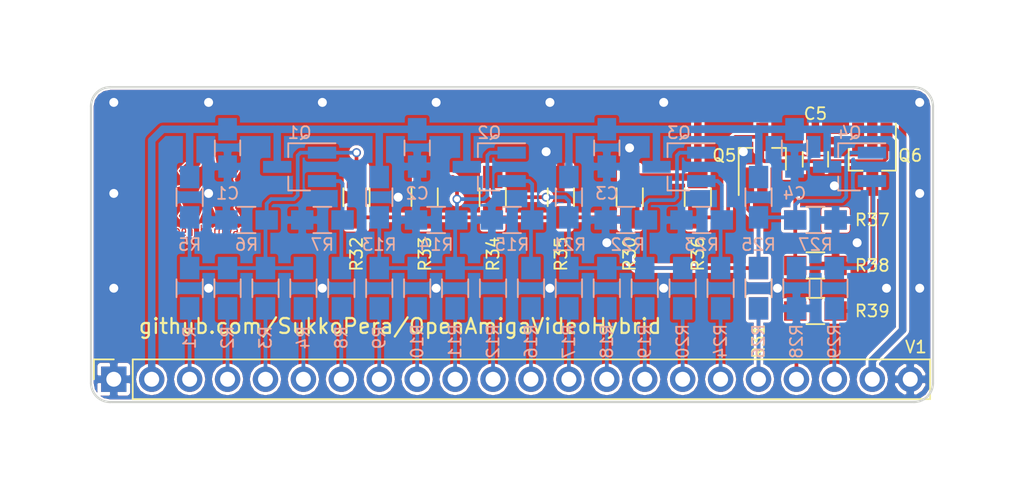
<source format=kicad_pcb>
(kicad_pcb (version 4) (host pcbnew 4.0.7)
  (title_block (title OpenAmigaVideoHybrid) (date 2018-07-20) (rev 1) (company SukkoPera))
  (layers (0 F.Cu mixed) (31 B.Cu mixed) (36 B.SilkS user) (37 F.SilkS user) (38 B.Mask user) (39 F.Mask user) (44 Edge.Cuts user))
  (net 0 "")
  (net 1 VCC)
  (net 2 GND)
  (net 3 /dr3)
  (net 4 /dr2)
  (net 5 /dr1)
  (net 6 /dr0)
  (net 7 /red)
  (net 8 /dg3)
  (net 9 /dg2)
  (net 10 /dg1)
  (net 11 /dg0)
  (net 12 /green)
  (net 13 /db3)
  (net 14 /db2)
  (net 15 /db1)
  (net 16 /db0)
  (net 17 /blue)
  (net 18 /csync)
  (net 19 /comp)
  (net 20 /sync)
  (net 21 "Net-(Q1-Pad1)")
  (net 22 "Net-(Q1-Pad2)")
  (net 23 "Net-(Q2-Pad1)")
  (net 24 "Net-(Q2-Pad2)")
  (net 25 "Net-(Q3-Pad1)")
  (net 26 "Net-(Q3-Pad2)")
  (net 27 "Net-(Q4-Pad1)")
  (net 28 "Net-(Q4-Pad2)")
  (net 29 "Net-(Q5-Pad1)")
  (net 30 "Net-(Q5-Pad2)")
  (net 31 "Net-(Q5-Pad3)")
  (net 32 "Net-(Q6-Pad3)")
  (module Capacitors_SMD:C_0805_HandSoldering (layer B.Cu) (at 127 108.966 270)
    (fp_text reference C1 (at 3.048 0 360) (layer B.SilkS) (effects (font (size 0.8 0.8) (thickness 0.12)) (justify mirror)))
    (fp_text value 100n)
    (pad 1 smd rect (at -1.25 0 270) (size 1.5 1.25) (layers B.Cu B.Mask) (net 1 VCC))
    (pad 2 smd rect (at 1.25 0 270) (size 1.5 1.25) (layers B.Cu B.Mask) (net 2 GND))
  )
  (module Capacitors_SMD:C_0805_HandSoldering (layer B.Cu) (at 139.7 108.966 270)
    (fp_text reference C2 (at 3.048 0 360) (layer B.SilkS) (effects (font (size 0.8 0.8) (thickness 0.12)) (justify mirror)))
    (fp_text value 100n)
    (pad 1 smd rect (at -1.25 0 270) (size 1.5 1.25) (layers B.Cu B.Mask) (net 1 VCC))
    (pad 2 smd rect (at 1.25 0 270) (size 1.5 1.25) (layers B.Cu B.Mask) (net 2 GND))
  )
  (module Capacitors_SMD:C_0805_HandSoldering (layer B.Cu) (at 152.4 108.966 270)
    (fp_text reference C3 (at 3.048 0 360) (layer B.SilkS) (effects (font (size 0.8 0.8) (thickness 0.12)) (justify mirror)))
    (fp_text value 100n)
    (pad 1 smd rect (at -1.25 0 270) (size 1.5 1.25) (layers B.Cu B.Mask) (net 1 VCC))
    (pad 2 smd rect (at 1.25 0 270) (size 1.5 1.25) (layers B.Cu B.Mask) (net 2 GND))
  )
  (module Capacitors_SMD:C_0805_HandSoldering (layer B.Cu) (at 164.973 108.966 270)
    (fp_text reference C4 (at 3.048 0 360) (layer B.SilkS) (effects (font (size 0.8 0.8) (thickness 0.12)) (justify mirror)))
    (fp_text value 100n)
    (pad 1 smd rect (at -1.25 0 270) (size 1.5 1.25) (layers B.Cu B.Mask) (net 1 VCC))
    (pad 2 smd rect (at 1.25 0 270) (size 1.5 1.25) (layers B.Cu B.Mask) (net 2 GND))
  )
  (module Capacitors_SMD:C_0805_HandSoldering (layer F.Cu) (at 166.37 109.728 270)
    (fp_text reference C5 (at -3.048 0 360) (layer F.SilkS) (effects (font (size 0.8 0.8) (thickness 0.12))))
    (fp_text value 100n)
    (pad 1 smd rect (at -1.25 0 270) (size 1.5 1.25) (layers F.Cu F.Mask) (net 1 VCC))
    (pad 2 smd rect (at 1.25 0 270) (size 1.5 1.25) (layers F.Cu F.Mask) (net 2 GND))
  )
  (module Resistors_SMD:R_0805_HandSoldering (layer B.Cu) (at 124.46 118.364 270)
    (fp_text reference R1 (at 3.302 0 270) (layer B.SilkS) (effects (font (size 0.8 0.8) (thickness 0.12)) (justify mirror)))
    (fp_text value 1k)
    (pad 1 smd rect (at -1.35 0 270) (size 1.5 1.3) (layers B.Cu B.Mask) (net 22 "Net-(Q1-Pad2)"))
    (pad 2 smd rect (at 1.35 0 270) (size 1.5 1.3) (layers B.Cu B.Mask) (net 3 /dr3))
  )
  (module Resistors_SMD:R_0805_HandSoldering (layer B.Cu) (at 127 118.364 270)
    (fp_text reference R2 (at 3.302 0 270) (layer B.SilkS) (effects (font (size 0.8 0.8) (thickness 0.12)) (justify mirror)))
    (fp_text value 2k)
    (pad 1 smd rect (at -1.35 0 270) (size 1.5 1.3) (layers B.Cu B.Mask) (net 22 "Net-(Q1-Pad2)"))
    (pad 2 smd rect (at 1.35 0 270) (size 1.5 1.3) (layers B.Cu B.Mask) (net 4 /dr2))
  )
  (module Resistors_SMD:R_0805_HandSoldering (layer B.Cu) (at 129.54 118.364 270)
    (fp_text reference R3 (at 3.302 0 270) (layer B.SilkS) (effects (font (size 0.8 0.8) (thickness 0.12)) (justify mirror)))
    (fp_text value 4k)
    (pad 1 smd rect (at -1.35 0 270) (size 1.5 1.3) (layers B.Cu B.Mask) (net 22 "Net-(Q1-Pad2)"))
    (pad 2 smd rect (at 1.35 0 270) (size 1.5 1.3) (layers B.Cu B.Mask) (net 5 /dr1))
  )
  (module Resistors_SMD:R_0805_HandSoldering (layer B.Cu) (at 132.08 118.364 270)
    (fp_text reference R4 (at 3.302 0 270) (layer B.SilkS) (effects (font (size 0.8 0.8) (thickness 0.12)) (justify mirror)))
    (fp_text value 8k)
    (pad 1 smd rect (at -1.35 0 270) (size 1.5 1.3) (layers B.Cu B.Mask) (net 22 "Net-(Q1-Pad2)"))
    (pad 2 smd rect (at 1.35 0 270) (size 1.5 1.3) (layers B.Cu B.Mask) (net 6 /dr0))
  )
  (module Resistors_SMD:R_0805_HandSoldering (layer B.Cu) (at 124.46 112.268 270)
    (fp_text reference R5 (at 3.175 0 360) (layer B.SilkS) (effects (font (size 0.8 0.8) (thickness 0.12)) (justify mirror)))
    (fp_text value 470)
    (pad 1 smd rect (at -1.35 0 270) (size 1.5 1.3) (layers B.Cu B.Mask) (net 1 VCC))
    (pad 2 smd rect (at 1.35 0 270) (size 1.5 1.3) (layers B.Cu B.Mask) (net 22 "Net-(Q1-Pad2)"))
  )
  (module Resistors_SMD:R_0805_HandSoldering (layer B.Cu) (at 128.27 113.792 180)
    (fp_text reference R6 (at 0 -1.651 180) (layer B.SilkS) (effects (font (size 0.8 0.8) (thickness 0.12)) (justify mirror)))
    (fp_text value 390)
    (pad 1 smd rect (at -1.35 0 180) (size 1.5 1.3) (layers B.Cu B.Mask) (net 22 "Net-(Q1-Pad2)"))
    (pad 2 smd rect (at 1.35 0 180) (size 1.5 1.3) (layers B.Cu B.Mask) (net 2 GND))
  )
  (module Resistors_SMD:R_0805_HandSoldering (layer B.Cu) (at 133.35 113.792 180)
    (fp_text reference R7 (at 0 -1.651 180) (layer B.SilkS) (effects (font (size 0.8 0.8) (thickness 0.12)) (justify mirror)))
    (fp_text value 75)
    (pad 1 smd rect (at -1.35 0 180) (size 1.5 1.3) (layers B.Cu B.Mask) (net 21 "Net-(Q1-Pad1)"))
    (pad 2 smd rect (at 1.35 0 180) (size 1.5 1.3) (layers B.Cu B.Mask) (net 2 GND))
  )
  (module Resistors_SMD:R_0805_HandSoldering (layer B.Cu) (at 134.62 118.364 90)
    (fp_text reference R8 (at -3.302 0 90) (layer B.SilkS) (effects (font (size 0.8 0.8) (thickness 0.12)) (justify mirror)))
    (fp_text value 75)
    (pad 1 smd rect (at -1.35 0 90) (size 1.5 1.3) (layers B.Cu B.Mask) (net 7 /red))
    (pad 2 smd rect (at 1.35 0 90) (size 1.5 1.3) (layers B.Cu B.Mask) (net 21 "Net-(Q1-Pad1)"))
  )
  (module Resistors_SMD:R_0805_HandSoldering (layer B.Cu) (at 137.16 118.364 270)
    (fp_text reference R9 (at 3.302 0 270) (layer B.SilkS) (effects (font (size 0.8 0.8) (thickness 0.12)) (justify mirror)))
    (fp_text value 1k)
    (pad 1 smd rect (at -1.35 0 270) (size 1.5 1.3) (layers B.Cu B.Mask) (net 24 "Net-(Q2-Pad2)"))
    (pad 2 smd rect (at 1.35 0 270) (size 1.5 1.3) (layers B.Cu B.Mask) (net 8 /dg3))
  )
  (module Resistors_SMD:R_0805_HandSoldering (layer B.Cu) (at 139.7 118.364 270)
    (fp_text reference R10 (at 3.556 0 270) (layer B.SilkS) (effects (font (size 0.8 0.8) (thickness 0.12)) (justify mirror)))
    (fp_text value 2k)
    (pad 1 smd rect (at -1.35 0 270) (size 1.5 1.3) (layers B.Cu B.Mask) (net 24 "Net-(Q2-Pad2)"))
    (pad 2 smd rect (at 1.35 0 270) (size 1.5 1.3) (layers B.Cu B.Mask) (net 9 /dg2))
  )
  (module Resistors_SMD:R_0805_HandSoldering (layer B.Cu) (at 142.24 118.364 270)
    (fp_text reference R11 (at 3.556 0 270) (layer B.SilkS) (effects (font (size 0.8 0.8) (thickness 0.12)) (justify mirror)))
    (fp_text value 4k)
    (pad 1 smd rect (at -1.35 0 270) (size 1.5 1.3) (layers B.Cu B.Mask) (net 24 "Net-(Q2-Pad2)"))
    (pad 2 smd rect (at 1.35 0 270) (size 1.5 1.3) (layers B.Cu B.Mask) (net 10 /dg1))
  )
  (module Resistors_SMD:R_0805_HandSoldering (layer B.Cu) (at 144.78 118.364 270)
    (fp_text reference R12 (at 3.556 0 270) (layer B.SilkS) (effects (font (size 0.8 0.8) (thickness 0.12)) (justify mirror)))
    (fp_text value 8k)
    (pad 1 smd rect (at -1.35 0 270) (size 1.5 1.3) (layers B.Cu B.Mask) (net 24 "Net-(Q2-Pad2)"))
    (pad 2 smd rect (at 1.35 0 270) (size 1.5 1.3) (layers B.Cu B.Mask) (net 11 /dg0))
  )
  (module Resistors_SMD:R_0805_HandSoldering (layer B.Cu) (at 137.16 112.268 270)
    (fp_text reference R13 (at 3.175 0 360) (layer B.SilkS) (effects (font (size 0.8 0.8) (thickness 0.12)) (justify mirror)))
    (fp_text value 470)
    (pad 1 smd rect (at -1.35 0 270) (size 1.5 1.3) (layers B.Cu B.Mask) (net 1 VCC))
    (pad 2 smd rect (at 1.35 0 270) (size 1.5 1.3) (layers B.Cu B.Mask) (net 24 "Net-(Q2-Pad2)"))
  )
  (module Resistors_SMD:R_0805_HandSoldering (layer B.Cu) (at 140.97 113.792 180)
    (fp_text reference R14 (at 0 -1.651 180) (layer B.SilkS) (effects (font (size 0.8 0.8) (thickness 0.12)) (justify mirror)))
    (fp_text value 390)
    (pad 1 smd rect (at -1.35 0 180) (size 1.5 1.3) (layers B.Cu B.Mask) (net 24 "Net-(Q2-Pad2)"))
    (pad 2 smd rect (at 1.35 0 180) (size 1.5 1.3) (layers B.Cu B.Mask) (net 2 GND))
  )
  (module Resistors_SMD:R_0805_HandSoldering (layer B.Cu) (at 146.05 113.792 180)
    (fp_text reference R15 (at 0 -1.651 180) (layer B.SilkS) (effects (font (size 0.8 0.8) (thickness 0.12)) (justify mirror)))
    (fp_text value 75)
    (pad 1 smd rect (at -1.35 0 180) (size 1.5 1.3) (layers B.Cu B.Mask) (net 23 "Net-(Q2-Pad1)"))
    (pad 2 smd rect (at 1.35 0 180) (size 1.5 1.3) (layers B.Cu B.Mask) (net 2 GND))
  )
  (module Resistors_SMD:R_0805_HandSoldering (layer B.Cu) (at 147.32 118.364 90)
    (fp_text reference R16 (at -3.556 0 90) (layer B.SilkS) (effects (font (size 0.8 0.8) (thickness 0.12)) (justify mirror)))
    (fp_text value 75)
    (pad 1 smd rect (at -1.35 0 90) (size 1.5 1.3) (layers B.Cu B.Mask) (net 12 /green))
    (pad 2 smd rect (at 1.35 0 90) (size 1.5 1.3) (layers B.Cu B.Mask) (net 23 "Net-(Q2-Pad1)"))
  )
  (module Resistors_SMD:R_0805_HandSoldering (layer B.Cu) (at 149.86 118.364 270)
    (fp_text reference R17 (at 3.556 0 270) (layer B.SilkS) (effects (font (size 0.8 0.8) (thickness 0.12)) (justify mirror)))
    (fp_text value 1k)
    (pad 1 smd rect (at -1.35 0 270) (size 1.5 1.3) (layers B.Cu B.Mask) (net 26 "Net-(Q3-Pad2)"))
    (pad 2 smd rect (at 1.35 0 270) (size 1.5 1.3) (layers B.Cu B.Mask) (net 13 /db3))
  )
  (module Resistors_SMD:R_0805_HandSoldering (layer B.Cu) (at 152.4 118.364 270)
    (fp_text reference R18 (at 3.556 0 270) (layer B.SilkS) (effects (font (size 0.8 0.8) (thickness 0.12)) (justify mirror)))
    (fp_text value 2k)
    (pad 1 smd rect (at -1.35 0 270) (size 1.5 1.3) (layers B.Cu B.Mask) (net 26 "Net-(Q3-Pad2)"))
    (pad 2 smd rect (at 1.35 0 270) (size 1.5 1.3) (layers B.Cu B.Mask) (net 14 /db2))
  )
  (module Resistors_SMD:R_0805_HandSoldering (layer B.Cu) (at 154.94 118.364 270)
    (fp_text reference R19 (at 3.556 0 270) (layer B.SilkS) (effects (font (size 0.8 0.8) (thickness 0.12)) (justify mirror)))
    (fp_text value 4k)
    (pad 1 smd rect (at -1.35 0 270) (size 1.5 1.3) (layers B.Cu B.Mask) (net 26 "Net-(Q3-Pad2)"))
    (pad 2 smd rect (at 1.35 0 270) (size 1.5 1.3) (layers B.Cu B.Mask) (net 15 /db1))
  )
  (module Resistors_SMD:R_0805_HandSoldering (layer B.Cu) (at 157.48 118.364 270)
    (fp_text reference R20 (at 3.556 0 270) (layer B.SilkS) (effects (font (size 0.8 0.8) (thickness 0.12)) (justify mirror)))
    (fp_text value 8k)
    (pad 1 smd rect (at -1.35 0 270) (size 1.5 1.3) (layers B.Cu B.Mask) (net 26 "Net-(Q3-Pad2)"))
    (pad 2 smd rect (at 1.35 0 270) (size 1.5 1.3) (layers B.Cu B.Mask) (net 16 /db0))
  )
  (module Resistors_SMD:R_0805_HandSoldering (layer B.Cu) (at 149.86 112.268 270)
    (fp_text reference R21 (at 3.175 0 360) (layer B.SilkS) (effects (font (size 0.8 0.8) (thickness 0.12)) (justify mirror)))
    (fp_text value 470)
    (pad 1 smd rect (at -1.35 0 270) (size 1.5 1.3) (layers B.Cu B.Mask) (net 1 VCC))
    (pad 2 smd rect (at 1.35 0 270) (size 1.5 1.3) (layers B.Cu B.Mask) (net 26 "Net-(Q3-Pad2)"))
  )
  (module Resistors_SMD:R_0805_HandSoldering (layer B.Cu) (at 153.67 113.792 180)
    (fp_text reference R22 (at -0.127 -1.651 180) (layer B.SilkS) (effects (font (size 0.8 0.8) (thickness 0.12)) (justify mirror)))
    (fp_text value 390)
    (pad 1 smd rect (at -1.35 0 180) (size 1.5 1.3) (layers B.Cu B.Mask) (net 26 "Net-(Q3-Pad2)"))
    (pad 2 smd rect (at 1.35 0 180) (size 1.5 1.3) (layers B.Cu B.Mask) (net 2 GND))
  )
  (module Resistors_SMD:R_0805_HandSoldering (layer B.Cu) (at 158.75 113.792 180)
    (fp_text reference R23 (at 0 -1.651 180) (layer B.SilkS) (effects (font (size 0.8 0.8) (thickness 0.12)) (justify mirror)))
    (fp_text value 75)
    (pad 1 smd rect (at -1.35 0 180) (size 1.5 1.3) (layers B.Cu B.Mask) (net 25 "Net-(Q3-Pad1)"))
    (pad 2 smd rect (at 1.35 0 180) (size 1.5 1.3) (layers B.Cu B.Mask) (net 2 GND))
  )
  (module Resistors_SMD:R_0805_HandSoldering (layer B.Cu) (at 160.02 118.364 90)
    (fp_text reference R24 (at -3.556 0 270) (layer B.SilkS) (effects (font (size 0.8 0.8) (thickness 0.12)) (justify mirror)))
    (fp_text value 75)
    (pad 1 smd rect (at -1.35 0 90) (size 1.5 1.3) (layers B.Cu B.Mask) (net 17 /blue))
    (pad 2 smd rect (at 1.35 0 90) (size 1.5 1.3) (layers B.Cu B.Mask) (net 25 "Net-(Q3-Pad1)"))
  )
  (module Resistors_SMD:R_0805_HandSoldering (layer B.Cu) (at 162.56 112.268 270)
    (fp_text reference R25 (at 3.175 0 360) (layer B.SilkS) (effects (font (size 0.8 0.8) (thickness 0.12)) (justify mirror)))
    (fp_text value 1k)
    (pad 1 smd rect (at -1.35 0 270) (size 1.5 1.3) (layers B.Cu B.Mask) (net 1 VCC))
    (pad 2 smd rect (at 1.35 0 270) (size 1.5 1.3) (layers B.Cu B.Mask) (net 28 "Net-(Q4-Pad2)"))
  )
  (module Resistors_SMD:R_0805_HandSoldering (layer B.Cu) (at 162.56 118.364 270)
    (fp_text reference R26 (at 3.556 0 450) (layer B.SilkS) (effects (font (size 0.8 0.8) (thickness 0.12)) (justify mirror)))
    (fp_text value 220)
    (pad 1 smd rect (at -1.35 0 270) (size 1.5 1.3) (layers B.Cu B.Mask) (net 28 "Net-(Q4-Pad2)"))
    (pad 2 smd rect (at 1.35 0 270) (size 1.5 1.3) (layers B.Cu B.Mask) (net 18 /csync))
  )
  (module Resistors_SMD:R_0805_HandSoldering (layer B.Cu) (at 166.37 113.792)
    (fp_text reference R27 (at 0 1.651 180) (layer B.SilkS) (effects (font (size 0.8 0.8) (thickness 0.12)) (justify mirror)))
    (fp_text value 27k)
    (pad 1 smd rect (at -1.35 0) (size 1.5 1.3) (layers B.Cu B.Mask) (net 28 "Net-(Q4-Pad2)"))
    (pad 2 smd rect (at 1.35 0) (size 1.5 1.3) (layers B.Cu B.Mask) (net 2 GND))
  )
  (module Resistors_SMD:R_0805_HandSoldering (layer B.Cu) (at 165.1 118.364 270)
    (fp_text reference R28 (at 3.556 0 270) (layer B.SilkS) (effects (font (size 0.8 0.8) (thickness 0.12)) (justify mirror)))
    (fp_text value 150)
    (pad 1 smd rect (at -1.35 0 270) (size 1.5 1.3) (layers B.Cu B.Mask) (net 27 "Net-(Q4-Pad1)"))
    (pad 2 smd rect (at 1.35 0 270) (size 1.5 1.3) (layers B.Cu B.Mask) (net 2 GND))
  )
  (module Resistors_SMD:R_0805_HandSoldering (layer B.Cu) (at 167.64 118.364 90)
    (fp_text reference R29 (at -3.556 0 90) (layer B.SilkS) (effects (font (size 0.8 0.8) (thickness 0.12)) (justify mirror)))
    (fp_text value 75)
    (pad 1 smd rect (at -1.35 0 90) (size 1.5 1.3) (layers B.Cu B.Mask) (net 20 /sync))
    (pad 2 smd rect (at 1.35 0 90) (size 1.5 1.3) (layers B.Cu B.Mask) (net 27 "Net-(Q4-Pad1)"))
  )
  (module Resistors_SMD:R_0805_HandSoldering (layer F.Cu) (at 153.934 112.268 270)
    (fp_text reference R30 (at 3.81 0.01 270) (layer F.SilkS) (effects (font (size 0.8 0.8) (thickness 0.12))))
    (fp_text value 90.9k)
    (pad 1 smd rect (at -1.35 0 270) (size 1.5 1.3) (layers F.Cu F.Mask) (net 1 VCC))
    (pad 2 smd rect (at 1.35 0 270) (size 1.5 1.3) (layers F.Cu F.Mask) (net 30 "Net-(Q5-Pad2)"))
  )
  (module Resistors_SMD:R_0805_HandSoldering (layer F.Cu) (at 162.56 118.364 270)
    (fp_text reference R31 (at 3.556 0 270) (layer F.SilkS) (effects (font (size 0.8 0.8) (thickness 0.12))))
    (fp_text value 37.4k)
    (pad 1 smd rect (at -1.35 0 270) (size 1.5 1.3) (layers F.Cu F.Mask) (net 30 "Net-(Q5-Pad2)"))
    (pad 2 smd rect (at 1.35 0 270) (size 1.5 1.3) (layers F.Cu F.Mask) (net 18 /csync))
  )
  (module Resistors_SMD:R_0805_HandSoldering (layer F.Cu) (at 135.636 112.268 90)
    (fp_text reference R32 (at -3.81 0 90) (layer F.SilkS) (effects (font (size 0.8 0.8) (thickness 0.12))))
    (fp_text value 13.3k)
    (pad 1 smd rect (at -1.35 0 90) (size 1.5 1.3) (layers F.Cu F.Mask) (net 30 "Net-(Q5-Pad2)"))
    (pad 2 smd rect (at 1.35 0 90) (size 1.5 1.3) (layers F.Cu F.Mask) (net 22 "Net-(Q1-Pad2)"))
  )
  (module Resistors_SMD:R_0805_HandSoldering (layer F.Cu) (at 140.198 112.268 90)
    (fp_text reference R33 (at -3.81 0.02 90) (layer F.SilkS) (effects (font (size 0.8 0.8) (thickness 0.12))))
    (fp_text value 6.04k)
    (pad 1 smd rect (at -1.35 0 90) (size 1.5 1.3) (layers F.Cu F.Mask) (net 30 "Net-(Q5-Pad2)"))
    (pad 2 smd rect (at 1.35 0 90) (size 1.5 1.3) (layers F.Cu F.Mask) (net 24 "Net-(Q2-Pad2)"))
  )
  (module Resistors_SMD:R_0805_HandSoldering (layer F.Cu) (at 144.76 112.268 90)
    (fp_text reference R34 (at -3.81 0.02 90) (layer F.SilkS) (effects (font (size 0.8 0.8) (thickness 0.12))))
    (fp_text value 37.4k)
    (pad 1 smd rect (at -1.35 0 90) (size 1.5 1.3) (layers F.Cu F.Mask) (net 30 "Net-(Q5-Pad2)"))
    (pad 2 smd rect (at 1.35 0 90) (size 1.5 1.3) (layers F.Cu F.Mask) (net 26 "Net-(Q3-Pad2)"))
  )
  (module Resistors_SMD:R_0805_HandSoldering (layer F.Cu) (at 149.322 112.268 90)
    (fp_text reference R35 (at -3.81 0.01 90) (layer F.SilkS) (effects (font (size 0.8 0.8) (thickness 0.12))))
    (fp_text value 19.6k)
    (pad 1 smd rect (at -1.35 0 90) (size 1.5 1.3) (layers F.Cu F.Mask) (net 30 "Net-(Q5-Pad2)"))
    (pad 2 smd rect (at 1.35 0 90) (size 1.5 1.3) (layers F.Cu F.Mask) (net 2 GND))
  )
  (module Resistors_SMD:R_0805_HandSoldering (layer F.Cu) (at 158.496 112.268 270)
    (fp_text reference R36 (at 3.81 0 270) (layer F.SilkS) (effects (font (size 0.8 0.8) (thickness 0.12))))
    (fp_text value 220)
    (pad 1 smd rect (at -1.35 0 270) (size 1.5 1.3) (layers F.Cu F.Mask) (net 1 VCC))
    (pad 2 smd rect (at 1.35 0 270) (size 1.5 1.3) (layers F.Cu F.Mask) (net 31 "Net-(Q5-Pad3)"))
  )
  (module Resistors_SMD:R_0805_HandSoldering (layer F.Cu) (at 166.37 113.792 180)
    (fp_text reference R37 (at -3.81 0 180) (layer F.SilkS) (effects (font (size 0.8 0.8) (thickness 0.12))))
    (fp_text value 36)
    (pad 1 smd rect (at -1.35 0 180) (size 1.5 1.3) (layers F.Cu F.Mask) (net 32 "Net-(Q6-Pad3)"))
    (pad 2 smd rect (at 1.35 0 180) (size 1.5 1.3) (layers F.Cu F.Mask) (net 29 "Net-(Q5-Pad1)"))
  )
  (module Resistors_SMD:R_0805_HandSoldering (layer F.Cu) (at 166.37 116.84)
    (fp_text reference R38 (at 3.81 0) (layer F.SilkS) (effects (font (size 0.8 0.8) (thickness 0.12))))
    (fp_text value 36)
    (pad 1 smd rect (at -1.35 0) (size 1.5 1.3) (layers F.Cu F.Mask) (net 29 "Net-(Q5-Pad1)"))
    (pad 2 smd rect (at 1.35 0) (size 1.5 1.3) (layers F.Cu F.Mask) (net 2 GND))
  )
  (module Resistors_SMD:R_0805_HandSoldering (layer F.Cu) (at 166.37 119.888)
    (fp_text reference R39 (at 3.81 0) (layer F.SilkS) (effects (font (size 0.8 0.8) (thickness 0.12))))
    (fp_text value 75)
    (pad 1 smd rect (at -1.35 0) (size 1.5 1.3) (layers F.Cu F.Mask) (net 19 /comp))
    (pad 2 smd rect (at 1.35 0) (size 1.5 1.3) (layers F.Cu F.Mask) (net 32 "Net-(Q6-Pad3)"))
  )
  (module OpenAmigaVideoHybrid:2N3904_2N3906_SOT-23 (layer B.Cu) (at 131.826 110.236 180)
    (fp_text reference Q1 (at 0 2.286 360) (layer B.SilkS) (effects (font (size 0.8 0.8) (thickness 0.12)) (justify mirror)))
    (fp_text value 2N3904)
    (pad 2 smd rect (at -1.5 0.95 180) (size 1.9 0.8) (layers B.Cu B.Mask) (net 22 "Net-(Q1-Pad2)"))
    (pad 1 smd rect (at -1.5 -0.95 180) (size 1.9 0.8) (layers B.Cu B.Mask) (net 21 "Net-(Q1-Pad1)"))
    (pad 3 smd rect (at 1.5 0 180) (size 1.9 0.8) (layers B.Cu B.Mask) (net 1 VCC))
  )
  (module OpenAmigaVideoHybrid:2N3904_2N3906_SOT-23 (layer B.Cu) (at 144.526 110.236 180)
    (fp_text reference Q2 (at 0 2.286 360) (layer B.SilkS) (effects (font (size 0.8 0.8) (thickness 0.12)) (justify mirror)))
    (fp_text value 2N3904)
    (pad 2 smd rect (at -1.5 0.95 180) (size 1.9 0.8) (layers B.Cu B.Mask) (net 24 "Net-(Q2-Pad2)"))
    (pad 1 smd rect (at -1.5 -0.95 180) (size 1.9 0.8) (layers B.Cu B.Mask) (net 23 "Net-(Q2-Pad1)"))
    (pad 3 smd rect (at 1.5 0 180) (size 1.9 0.8) (layers B.Cu B.Mask) (net 1 VCC))
  )
  (module OpenAmigaVideoHybrid:2N3904_2N3906_SOT-23 (layer B.Cu) (at 157.226 110.236 180)
    (fp_text reference Q3 (at 0 2.286 360) (layer B.SilkS) (effects (font (size 0.8 0.8) (thickness 0.12)) (justify mirror)))
    (fp_text value 2N3904)
    (pad 2 smd rect (at -1.5 0.95 180) (size 1.9 0.8) (layers B.Cu B.Mask) (net 26 "Net-(Q3-Pad2)"))
    (pad 1 smd rect (at -1.5 -0.95 180) (size 1.9 0.8) (layers B.Cu B.Mask) (net 25 "Net-(Q3-Pad1)"))
    (pad 3 smd rect (at 1.5 0 180) (size 1.9 0.8) (layers B.Cu B.Mask) (net 1 VCC))
  )
  (module OpenAmigaVideoHybrid:2N3904_2N3906_SOT-23 (layer B.Cu) (at 168.656 110.236 180)
    (fp_text reference Q4 (at 0 2.286 360) (layer B.SilkS) (effects (font (size 0.8 0.8) (thickness 0.12)) (justify mirror)))
    (fp_text value 2N3904)
    (pad 2 smd rect (at -1.5 0.95 180) (size 1.9 0.8) (layers B.Cu B.Mask) (net 28 "Net-(Q4-Pad2)"))
    (pad 1 smd rect (at -1.5 -0.95 180) (size 1.9 0.8) (layers B.Cu B.Mask) (net 27 "Net-(Q4-Pad1)"))
    (pad 3 smd rect (at 1.5 0 180) (size 1.9 0.8) (layers B.Cu B.Mask) (net 1 VCC))
  )
  (module OpenAmigaVideoHybrid:2N3904_2N3906_SOT-23 (layer F.Cu) (at 162.814 109.728 90)
    (fp_text reference Q5 (at 0.254 -2.54 180) (layer F.SilkS) (effects (font (size 0.8 0.8) (thickness 0.12))))
    (fp_text value 2N3904)
    (pad 2 smd rect (at -1.5 -0.95 90) (size 1.9 0.8) (layers F.Cu F.Mask) (net 30 "Net-(Q5-Pad2)"))
    (pad 1 smd rect (at -1.5 0.95 90) (size 1.9 0.8) (layers F.Cu F.Mask) (net 29 "Net-(Q5-Pad1)"))
    (pad 3 smd rect (at 1.5 0 90) (size 1.9 0.8) (layers F.Cu F.Mask) (net 31 "Net-(Q5-Pad3)"))
  )
  (module OpenAmigaVideoHybrid:2N3904_2N3906_SOT-23 (layer F.Cu) (at 170.18 109.728 270)
    (fp_text reference Q6 (at -0.254 -2.54 360) (layer F.SilkS) (effects (font (size 0.8 0.8) (thickness 0.12))))
    (fp_text value 2N3906)
    (pad 2 smd rect (at -1.5 -0.95 270) (size 1.9 0.8) (layers F.Cu F.Mask) (net 31 "Net-(Q5-Pad3)"))
    (pad 1 smd rect (at -1.5 0.95 270) (size 1.9 0.8) (layers F.Cu F.Mask) (net 1 VCC))
    (pad 3 smd rect (at 1.5 0 270) (size 1.9 0.8) (layers F.Cu F.Mask) (net 32 "Net-(Q6-Pad3)"))
  )
  (module w_logo:Logo_copper_OSHW_6x6mm (layer F.Cu) (at 125.73 111.76)
    (fp_text reference J99 hide)
    (fp_text value OSHW_LOGO hide)
    (fp_line (start 2.16 2.62) (end 2.16 3.08) (layer F.Cu) (width 0.075))
    (fp_line (start 2.25 2.62) (end 2.3 2.62) (layer F.Cu) (width 0.075))
    (fp_line (start 2.2 2.65) (end 2.25 2.62) (layer F.Cu) (width 0.075))
    (fp_line (start 2.18 2.67) (end 2.2 2.65) (layer F.Cu) (width 0.075))
    (fp_line (start 2.16 2.74) (end 2.18 2.67) (layer F.Cu) (width 0.075))
    (fp_line (start 2.6 3.08) (end 2.65 3.05) (layer F.Cu) (width 0.075))
    (fp_line (start 2.5 3.08) (end 2.6 3.08) (layer F.Cu) (width 0.075))
    (fp_line (start 2.46 3.05) (end 2.5 3.08) (layer F.Cu) (width 0.075))
    (fp_line (start 2.44 2.98) (end 2.46 3.05) (layer F.Cu) (width 0.075))
    (fp_line (start 2.44 2.71) (end 2.44 2.98) (layer F.Cu) (width 0.075))
    (fp_line (start 2.47 2.65) (end 2.44 2.71) (layer F.Cu) (width 0.075))
    (fp_line (start 2.51 2.62) (end 2.47 2.65) (layer F.Cu) (width 0.075))
    (fp_line (start 2.61 2.62) (end 2.51 2.62) (layer F.Cu) (width 0.075))
    (fp_line (start 2.65 2.66) (end 2.61 2.62) (layer F.Cu) (width 0.075))
    (fp_line (start 2.67 2.73) (end 2.65 2.66) (layer F.Cu) (width 0.075))
    (fp_line (start 2.67 2.85) (end 2.67 2.73) (layer F.Cu) (width 0.075))
    (fp_line (start 2.67 2.85) (end 2.44 2.85) (layer F.Cu) (width 0.075))
    (fp_line (start 1.92 2.71) (end 1.92 3.08) (layer F.Cu) (width 0.075))
    (fp_line (start 1.89 2.65) (end 1.92 2.71) (layer F.Cu) (width 0.075))
    (fp_line (start 1.85 2.62) (end 1.89 2.65) (layer F.Cu) (width 0.075))
    (fp_line (start 1.75 2.62) (end 1.85 2.62) (layer F.Cu) (width 0.075))
    (fp_line (start 1.7 2.65) (end 1.75 2.62) (layer F.Cu) (width 0.075))
    (fp_line (start 1.76 2.81) (end 1.71 2.84) (layer F.Cu) (width 0.075))
    (fp_line (start 1.88 2.81) (end 1.76 2.81) (layer F.Cu) (width 0.075))
    (fp_line (start 1.92 2.78) (end 1.88 2.81) (layer F.Cu) (width 0.075))
    (fp_line (start 1.87 3.08) (end 1.92 3.04) (layer F.Cu) (width 0.075))
    (fp_line (start 1.75 3.08) (end 1.87 3.08) (layer F.Cu) (width 0.075))
    (fp_line (start 1.7 3.04) (end 1.75 3.08) (layer F.Cu) (width 0.075))
    (fp_line (start 1.68 2.98) (end 1.7 3.04) (layer F.Cu) (width 0.075))
    (fp_line (start 1.68 2.91) (end 1.68 2.98) (layer F.Cu) (width 0.075))
    (fp_line (start 1.71 2.84) (end 1.68 2.91) (layer F.Cu) (width 0.075))
    (fp_line (start 1.13 2.62) (end 1.23 3.08) (layer F.Cu) (width 0.075))
    (fp_line (start 1.23 3.08) (end 1.32 2.74) (layer F.Cu) (width 0.075))
    (fp_line (start 1.32 2.74) (end 1.42 3.08) (layer F.Cu) (width 0.075))
    (fp_line (start 1.42 3.08) (end 1.52 2.62) (layer F.Cu) (width 0.075))
    (fp_line (start 0.94 3.05) (end 0.9 3.08) (layer F.Cu) (width 0.075))
    (fp_line (start 0.9 3.08) (end 0.79 3.08) (layer F.Cu) (width 0.075))
    (fp_line (start 0.79 3.08) (end 0.75 3.05) (layer F.Cu) (width 0.075))
    (fp_line (start 0.75 3.05) (end 0.73 3.02) (layer F.Cu) (width 0.075))
    (fp_line (start 0.73 3.02) (end 0.7 2.95) (layer F.Cu) (width 0.075))
    (fp_line (start 0.7 2.95) (end 0.7 2.75) (layer F.Cu) (width 0.075))
    (fp_line (start 0.7 2.75) (end 0.73 2.68) (layer F.Cu) (width 0.075))
    (fp_line (start 0.73 2.68) (end 0.75 2.65) (layer F.Cu) (width 0.075))
    (fp_line (start 0.75 2.65) (end 0.81 2.61) (layer F.Cu) (width 0.075))
    (fp_line (start 0.81 2.61) (end 0.88 2.61) (layer F.Cu) (width 0.075))
    (fp_line (start 0.88 2.61) (end 0.94 2.65) (layer F.Cu) (width 0.075))
    (fp_line (start 0.94 2.38) (end 0.94 3.08) (layer F.Cu) (width 0.075))
    (fp_line (start 0.42 2.74) (end 0.44 2.67) (layer F.Cu) (width 0.075))
    (fp_line (start 0.44 2.67) (end 0.46 2.65) (layer F.Cu) (width 0.075))
    (fp_line (start 0.46 2.65) (end 0.51 2.62) (layer F.Cu) (width 0.075))
    (fp_line (start 0.51 2.62) (end 0.56 2.62) (layer F.Cu) (width 0.075))
    (fp_line (start 0.42 2.62) (end 0.42 3.08) (layer F.Cu) (width 0.075))
    (fp_line (start -0.03 2.84) (end -0.06 2.91) (layer F.Cu) (width 0.075))
    (fp_line (start -0.06 2.91) (end -0.06 2.98) (layer F.Cu) (width 0.075))
    (fp_line (start -0.06 2.98) (end -0.04 3.04) (layer F.Cu) (width 0.075))
    (fp_line (start -0.04 3.04) (end 0.01 3.08) (layer F.Cu) (width 0.075))
    (fp_line (start 0.01 3.08) (end 0.13 3.08) (layer F.Cu) (width 0.075))
    (fp_line (start 0.13 3.08) (end 0.18 3.04) (layer F.Cu) (width 0.075))
    (fp_line (start 0.18 2.78) (end 0.14 2.81) (layer F.Cu) (width 0.075))
    (fp_line (start 0.14 2.81) (end 0.02 2.81) (layer F.Cu) (width 0.075))
    (fp_line (start 0.02 2.81) (end -0.03 2.84) (layer F.Cu) (width 0.075))
    (fp_line (start -0.04 2.65) (end 0.01 2.62) (layer F.Cu) (width 0.075))
    (fp_line (start 0.01 2.62) (end 0.11 2.62) (layer F.Cu) (width 0.075))
    (fp_line (start 0.11 2.62) (end 0.15 2.65) (layer F.Cu) (width 0.075))
    (fp_line (start 0.15 2.65) (end 0.18 2.71) (layer F.Cu) (width 0.075))
    (fp_line (start 0.18 2.71) (end 0.18 3.08) (layer F.Cu) (width 0.075))
    (fp_line (start -0.49 2.69) (end -0.47 2.65) (layer F.Cu) (width 0.075))
    (fp_line (start -0.47 2.65) (end -0.42 2.62) (layer F.Cu) (width 0.075))
    (fp_line (start -0.42 2.62) (end -0.34 2.62) (layer F.Cu) (width 0.075))
    (fp_line (start -0.34 2.62) (end -0.3 2.65) (layer F.Cu) (width 0.075))
    (fp_line (start -0.3 2.65) (end -0.28 2.71) (layer F.Cu) (width 0.075))
    (fp_line (start -0.28 2.71) (end -0.28 3.08) (layer F.Cu) (width 0.075))
    (fp_line (start -0.49 2.38) (end -0.49 3.08) (layer F.Cu) (width 0.075))
    (fp_line (start -1.54 2.85) (end -1.77 2.85) (layer F.Cu) (width 0.075))
    (fp_line (start -1.32 2.68) (end -1.3 2.65) (layer F.Cu) (width 0.075))
    (fp_line (start -1.3 2.65) (end -1.26 2.62) (layer F.Cu) (width 0.075))
    (fp_line (start -1.26 2.62) (end -1.17 2.62) (layer F.Cu) (width 0.075))
    (fp_line (start -1.17 2.62) (end -1.13 2.65) (layer F.Cu) (width 0.075))
    (fp_line (start -1.13 2.65) (end -1.11 2.71) (layer F.Cu) (width 0.075))
    (fp_line (start -1.11 2.71) (end -1.11 3.08) (layer F.Cu) (width 0.075))
    (fp_line (start -1.32 2.62) (end -1.32 3.08) (layer F.Cu) (width 0.075))
    (fp_line (start -1.54 2.85) (end -1.54 2.73) (layer F.Cu) (width 0.075))
    (fp_line (start -1.54 2.73) (end -1.56 2.66) (layer F.Cu) (width 0.075))
    (fp_line (start -1.56 2.66) (end -1.6 2.62) (layer F.Cu) (width 0.075))
    (fp_line (start -1.6 2.62) (end -1.7 2.62) (layer F.Cu) (width 0.075))
    (fp_line (start -1.7 2.62) (end -1.74 2.65) (layer F.Cu) (width 0.075))
    (fp_line (start -1.74 2.65) (end -1.77 2.71) (layer F.Cu) (width 0.075))
    (fp_line (start -1.77 2.71) (end -1.77 2.98) (layer F.Cu) (width 0.075))
    (fp_line (start -1.77 2.98) (end -1.75 3.05) (layer F.Cu) (width 0.075))
    (fp_line (start -1.75 3.05) (end -1.71 3.08) (layer F.Cu) (width 0.075))
    (fp_line (start -1.71 3.08) (end -1.61 3.08) (layer F.Cu) (width 0.075))
    (fp_line (start -1.61 3.08) (end -1.56 3.05) (layer F.Cu) (width 0.075))
    (fp_line (start -2.2 2.65) (end -2.16 2.62) (layer F.Cu) (width 0.075))
    (fp_line (start -2.16 2.62) (end -2.06 2.62) (layer F.Cu) (width 0.075))
    (fp_line (start -2.06 2.62) (end -2.02 2.65) (layer F.Cu) (width 0.075))
    (fp_line (start -2.02 2.65) (end -1.99 2.68) (layer F.Cu) (width 0.075))
    (fp_line (start -1.99 2.68) (end -1.97 2.74) (layer F.Cu) (width 0.075))
    (fp_line (start -1.97 2.74) (end -1.97 2.96) (layer F.Cu) (width 0.075))
    (fp_line (start -1.97 2.96) (end -1.99 3.02) (layer F.Cu) (width 0.075))
    (fp_line (start -1.99 3.02) (end -2.01 3.05) (layer F.Cu) (width 0.075))
    (fp_line (start -2.01 3.05) (end -2.05 3.08) (layer F.Cu) (width 0.075))
    (fp_line (start -2.05 3.08) (end -2.15 3.08) (layer F.Cu) (width 0.075))
    (fp_line (start -2.15 3.08) (end -2.2 3.05) (layer F.Cu) (width 0.075))
    (fp_line (start -2.2 3.32) (end -2.2 2.62) (layer F.Cu) (width 0.075))
    (fp_line (start -2.51 2.62) (end -2.59 2.62) (layer F.Cu) (width 0.075))
    (fp_line (start -2.59 2.62) (end -2.63 2.65) (layer F.Cu) (width 0.075))
    (fp_line (start -2.63 2.65) (end -2.65 2.68) (layer F.Cu) (width 0.075))
    (fp_line (start -2.65 2.68) (end -2.68 2.75) (layer F.Cu) (width 0.075))
    (fp_line (start -2.59 3.08) (end -2.51 3.08) (layer F.Cu) (width 0.075))
    (fp_line (start -2.51 3.08) (end -2.46 3.05) (layer F.Cu) (width 0.075))
    (fp_line (start -2.46 3.05) (end -2.44 3.02) (layer F.Cu) (width 0.075))
    (fp_line (start -2.44 3.02) (end -2.42 2.95) (layer F.Cu) (width 0.075))
    (fp_line (start -2.42 2.95) (end -2.42 2.75) (layer F.Cu) (width 0.075))
    (fp_line (start -2.42 2.75) (end -2.44 2.69) (layer F.Cu) (width 0.075))
    (fp_line (start -2.44 2.69) (end -2.46 2.66) (layer F.Cu) (width 0.075))
    (fp_line (start -2.46 2.66) (end -2.51 2.62) (layer F.Cu) (width 0.075))
    (fp_line (start -2.68 2.75) (end -2.68 2.95) (layer F.Cu) (width 0.075))
    (fp_line (start -2.68 2.95) (end -2.66 3.01) (layer F.Cu) (width 0.075))
    (fp_line (start -2.66 3.01) (end -2.64 3.04) (layer F.Cu) (width 0.075))
    (fp_line (start -2.64 3.04) (end -2.59 3.08) (layer F.Cu) (width 0.075))
    (fp_poly (pts (xy -1.51384 2.24536) (xy -1.48844 2.23012) (xy -1.43002 2.19456) (xy -1.3462 2.13868) (xy -1.24714 2.07264) (xy -1.14808 2.0066) (xy -1.0668 1.95326) (xy -1.01092 1.91516) (xy -0.98552 1.90246) (xy -0.97282 1.90754) (xy -0.9271 1.9304) (xy -0.85852 1.96596) (xy -0.81788 1.98628) (xy -0.75692 2.01168) (xy -0.7239 2.0193) (xy -0.71882 2.00914) (xy -0.69596 1.96088) (xy -0.6604 1.8796) (xy -0.61468 1.77038) (xy -0.5588 1.64338) (xy -0.50292 1.50876) (xy -0.4445 1.36906) (xy -0.38862 1.23444) (xy -0.34036 1.11506) (xy -0.29972 1.01854) (xy -0.27432 0.94996) (xy -0.26416 0.92202) (xy -0.2667 0.9144) (xy -0.29972 0.88392) (xy -0.35306 0.84328) (xy -0.47244 0.74676) (xy -0.58928 0.60198) (xy -0.6604 0.43688) (xy -0.68326 0.25146) (xy -0.66294 0.08128) (xy -0.5969 -0.08128) (xy -0.4826 -0.2286) (xy -0.3429 -0.33782) (xy -0.18034 -0.4064) (xy 0 -0.42926) (xy 0.17272 -0.40894) (xy 0.34036 -0.3429) (xy 0.48768 -0.23114) (xy 0.55118 -0.16002) (xy 0.63754 -0.01016) (xy 0.6858 0.14732) (xy 0.69088 0.18796) (xy 0.68326 0.36322) (xy 0.63246 0.5334) (xy 0.53848 0.68326) (xy 0.40894 0.80772) (xy 0.3937 0.81788) (xy 0.33528 0.8636) (xy 0.29464 0.89408) (xy 0.26416 0.91948) (xy 0.48768 1.45796) (xy 0.52324 1.54178) (xy 0.5842 1.6891) (xy 0.63754 1.8161) (xy 0.68072 1.9177) (xy 0.7112 1.98374) (xy 0.7239 2.01168) (xy 0.7239 2.01422) (xy 0.74422 2.01676) (xy 0.78486 2.00152) (xy 0.86106 1.96596) (xy 0.90932 1.94056) (xy 0.96774 1.91262) (xy 0.99314 1.90246) (xy 1.016 1.91516) (xy 1.06934 1.95072) (xy 1.15062 2.00406) (xy 1.24714 2.06756) (xy 1.33858 2.13106) (xy 1.4224 2.18694) (xy 1.48336 2.22504) (xy 1.51384 2.24282) (xy 1.51892 2.24282) (xy 1.54432 2.22758) (xy 1.59258 2.18694) (xy 1.66624 2.11836) (xy 1.77038 2.01422) (xy 1.78562 1.99898) (xy 1.87198 1.91262) (xy 1.94056 1.83896) (xy 1.98628 1.78816) (xy 2.00406 1.7653) (xy 2.00406 1.7653) (xy 1.98882 1.73482) (xy 1.95072 1.67386) (xy 1.89484 1.5875) (xy 1.82626 1.48844) (xy 1.64846 1.22936) (xy 1.74498 0.98552) (xy 1.77546 0.90932) (xy 1.81356 0.82042) (xy 1.8415 0.75438) (xy 1.85674 0.72644) (xy 1.88214 0.71628) (xy 1.95072 0.70104) (xy 2.04724 0.68072) (xy 2.16154 0.6604) (xy 2.2733 0.64008) (xy 2.37236 0.61976) (xy 2.44348 0.60706) (xy 2.4765 0.59944) (xy 2.48412 0.59436) (xy 2.49174 0.57912) (xy 2.49428 0.5461) (xy 2.49682 0.48514) (xy 2.49936 0.39116) (xy 2.49936 0.25146) (xy 2.49936 0.23622) (xy 2.49682 0.10668) (xy 2.49428 0) (xy 2.49174 -0.06604) (xy 2.48666 -0.09398) (xy 2.48666 -0.09398) (xy 2.45618 -0.1016) (xy 2.38506 -0.11684) (xy 2.286 -0.13462) (xy 2.16662 -0.15748) (xy 2.159 -0.16002) (xy 2.04216 -0.18288) (xy 1.9431 -0.2032) (xy 1.87198 -0.21844) (xy 1.84404 -0.2286) (xy 1.83642 -0.23622) (xy 1.81356 -0.28194) (xy 1.78054 -0.3556) (xy 1.7399 -0.4445) (xy 1.7018 -0.53848) (xy 1.66878 -0.6223) (xy 1.64592 -0.68326) (xy 1.6383 -0.7112) (xy 1.64084 -0.71374) (xy 1.65862 -0.74168) (xy 1.69926 -0.80264) (xy 1.75514 -0.88646) (xy 1.82372 -0.98806) (xy 1.8288 -0.99568) (xy 1.89738 -1.09474) (xy 1.95326 -1.1811) (xy 1.98882 -1.23952) (xy 2.00406 -1.26746) (xy 2.00406 -1.27) (xy 1.9812 -1.30048) (xy 1.9304 -1.35636) (xy 1.85674 -1.43256) (xy 1.77038 -1.52146) (xy 1.74244 -1.54686) (xy 1.64338 -1.64338) (xy 1.57734 -1.70434) (xy 1.53416 -1.73736) (xy 1.51384 -1.74498) (xy 1.51384 -1.74498) (xy 1.48336 -1.7272) (xy 1.41986 -1.68656) (xy 1.33604 -1.62814) (xy 1.23444 -1.55956) (xy 1.22682 -1.55448) (xy 1.12776 -1.4859) (xy 1.04394 -1.43002) (xy 0.98552 -1.38938) (xy 0.95758 -1.37414) (xy 0.95504 -1.37414) (xy 0.9144 -1.38684) (xy 0.84328 -1.41224) (xy 0.75438 -1.44526) (xy 0.66294 -1.48336) (xy 0.57912 -1.51892) (xy 0.51562 -1.54686) (xy 0.48514 -1.56464) (xy 0.48514 -1.56464) (xy 0.47498 -1.6002) (xy 0.4572 -1.6764) (xy 0.43688 -1.778) (xy 0.41148 -1.89992) (xy 0.40894 -1.92024) (xy 0.38608 -2.03962) (xy 0.3683 -2.13868) (xy 0.35306 -2.20726) (xy 0.34544 -2.2352) (xy 0.3302 -2.23774) (xy 0.27178 -2.24282) (xy 0.18288 -2.24536) (xy 0.07366 -2.24536) (xy -0.0381 -2.24536) (xy -0.14732 -2.24282) (xy -0.2413 -2.24028) (xy -0.30988 -2.2352) (xy -0.33782 -2.23012) (xy -0.33782 -2.22758) (xy -0.34798 -2.18948) (xy -0.36576 -2.11582) (xy -0.38608 -2.01168) (xy -0.40894 -1.88976) (xy -0.41402 -1.8669) (xy -0.43688 -1.75006) (xy -0.4572 -1.651) (xy -0.4699 -1.58496) (xy -0.47752 -1.55702) (xy -0.49022 -1.55194) (xy -0.53848 -1.53162) (xy -0.61722 -1.4986) (xy -0.71628 -1.45796) (xy -0.94488 -1.36652) (xy -1.22682 -1.55702) (xy -1.25222 -1.5748) (xy -1.35382 -1.64338) (xy -1.4351 -1.69926) (xy -1.49352 -1.73736) (xy -1.51638 -1.75006) (xy -1.51892 -1.75006) (xy -1.54686 -1.72466) (xy -1.60274 -1.67132) (xy -1.67894 -1.59766) (xy -1.76784 -1.5113) (xy -1.83134 -1.44526) (xy -1.91008 -1.36652) (xy -1.95834 -1.31318) (xy -1.98628 -1.28016) (xy -1.9939 -1.25984) (xy -1.99136 -1.2446) (xy -1.97358 -1.21666) (xy -1.93294 -1.1557) (xy -1.87452 -1.06934) (xy -1.80594 -0.97028) (xy -1.75006 -0.88646) (xy -1.6891 -0.79248) (xy -1.651 -0.72644) (xy -1.63576 -0.69342) (xy -1.64084 -0.68072) (xy -1.65862 -0.62484) (xy -1.69418 -0.54102) (xy -1.73482 -0.44196) (xy -1.83388 -0.22098) (xy -1.97866 -0.19304) (xy -2.06756 -0.17526) (xy -2.18948 -0.1524) (xy -2.30886 -0.12954) (xy -2.49174 -0.09398) (xy -2.49936 0.58166) (xy -2.47142 0.59436) (xy -2.44348 0.60198) (xy -2.3749 0.61722) (xy -2.27838 0.63754) (xy -2.16154 0.65786) (xy -2.06502 0.67564) (xy -1.96596 0.69596) (xy -1.89484 0.70866) (xy -1.86436 0.71628) (xy -1.8542 0.72644) (xy -1.83134 0.7747) (xy -1.79578 0.8509) (xy -1.75514 0.94234) (xy -1.71704 1.03632) (xy -1.68148 1.12522) (xy -1.65862 1.19126) (xy -1.64846 1.22428) (xy -1.66116 1.25222) (xy -1.69926 1.31064) (xy -1.7526 1.39192) (xy -1.82118 1.49098) (xy -1.88722 1.5875) (xy -1.94564 1.67132) (xy -1.98374 1.73228) (xy -2.00152 1.76022) (xy -1.99136 1.778) (xy -1.95326 1.82626) (xy -1.8796 1.90246) (xy -1.76784 2.01168) (xy -1.75006 2.02946) (xy -1.6637 2.11328) (xy -1.59004 2.18186) (xy -1.5367 2.22758) (xy -1.51384 2.24536)) (layer F.Cu) (width 0.00254))
  )
  (module OpenAmigaVideoHybrid:Pin_Header_Straight_1x22_Pitch2.54mm (layer B.Cu) (at 119.38 124.46 270)
    (fp_text reference J1 hide)
    (fp_text value Conn_01x22)
    (pad 1 thru_hole rect (at 0 0 270) (size 1.7 1.7) (drill 1) (layers *.Cu *.Mask) (net 2 GND))
    (pad 2 thru_hole oval (at 0 -2.54 270) (size 1.7 1.7) (drill 1) (layers *.Cu *.Mask) (net 1 VCC))
    (pad 3 thru_hole oval (at 0 -5.08 270) (size 1.7 1.7) (drill 1) (layers *.Cu *.Mask) (net 3 /dr3))
    (pad 4 thru_hole oval (at 0 -7.62 270) (size 1.7 1.7) (drill 1) (layers *.Cu *.Mask) (net 4 /dr2))
    (pad 5 thru_hole oval (at 0 -10.16 270) (size 1.7 1.7) (drill 1) (layers *.Cu *.Mask) (net 5 /dr1))
    (pad 6 thru_hole oval (at 0 -12.7 270) (size 1.7 1.7) (drill 1) (layers *.Cu *.Mask) (net 6 /dr0))
    (pad 7 thru_hole oval (at 0 -15.24 270) (size 1.7 1.7) (drill 1) (layers *.Cu *.Mask) (net 7 /red))
    (pad 8 thru_hole oval (at 0 -17.78 270) (size 1.7 1.7) (drill 1) (layers *.Cu *.Mask) (net 8 /dg3))
    (pad 9 thru_hole oval (at 0 -20.32 270) (size 1.7 1.7) (drill 1) (layers *.Cu *.Mask) (net 9 /dg2))
    (pad 10 thru_hole oval (at 0 -22.86 270) (size 1.7 1.7) (drill 1) (layers *.Cu *.Mask) (net 10 /dg1))
    (pad 11 thru_hole oval (at 0 -25.4 270) (size 1.7 1.7) (drill 1) (layers *.Cu *.Mask) (net 11 /dg0))
    (pad 12 thru_hole oval (at 0 -27.94 270) (size 1.7 1.7) (drill 1) (layers *.Cu *.Mask) (net 12 /green))
    (pad 13 thru_hole oval (at 0 -30.48 270) (size 1.7 1.7) (drill 1) (layers *.Cu *.Mask) (net 13 /db3))
    (pad 14 thru_hole oval (at 0 -33.02 270) (size 1.7 1.7) (drill 1) (layers *.Cu *.Mask) (net 14 /db2))
    (pad 15 thru_hole oval (at 0 -35.56 270) (size 1.7 1.7) (drill 1) (layers *.Cu *.Mask) (net 15 /db1))
    (pad 16 thru_hole oval (at 0 -38.1 270) (size 1.7 1.7) (drill 1) (layers *.Cu *.Mask) (net 16 /db0))
    (pad 17 thru_hole oval (at 0 -40.64 270) (size 1.7 1.7) (drill 1) (layers *.Cu *.Mask) (net 17 /blue))
    (pad 18 thru_hole oval (at 0 -43.18 270) (size 1.7 1.7) (drill 1) (layers *.Cu *.Mask) (net 18 /csync))
    (pad 19 thru_hole oval (at 0 -45.72 270) (size 1.7 1.7) (drill 1) (layers *.Cu *.Mask) (net 19 /comp))
    (pad 20 thru_hole oval (at 0 -48.26 270) (size 1.7 1.7) (drill 1) (layers *.Cu *.Mask) (net 20 /sync))
    (pad 21 thru_hole oval (at 0 -50.8 270) (size 1.7 1.7) (drill 1) (layers *.Cu *.Mask) (net 1 VCC))
    (pad 22 thru_hole oval (at 0 -53.34 270) (size 1.7 1.7) (drill 1) (layers *.Cu *.Mask) (net 2 GND))
  )
  (gr_text V1 (at 173.101 122.301) (layer F.SilkS) (effects (font (size 0.8 0.8) (thickness 0.12))))
  (gr_text github.com/SukkoPera/OpenAmigaVideoHybrid (at 138.557 120.904) (layer F.SilkS) (effects (font (size 1 1))))
  (gr_arc (start 172.974 124.714) (end 174.244 124.714) (angle 90) (layer Edge.Cuts) (width 0.15))
  (gr_arc (start 119.126 124.714) (end 119.126 125.984) (angle 90) (layer Edge.Cuts) (width 0.15))
  (gr_arc (start 172.974 106.172) (end 172.974 104.902) (angle 90) (layer Edge.Cuts) (width 0.15))
  (gr_arc (start 119.126 106.172) (end 117.856 106.172) (angle 90) (layer Edge.Cuts) (width 0.15))
  (gr_line (start 174.244 106.172) (end 174.244 124.714) (layer Edge.Cuts) (width 0.15))
  (gr_line (start 119.126 104.902) (end 172.974 104.902) (layer Edge.Cuts) (width 0.15))
  (gr_line (start 117.856 124.714) (end 117.856 106.172) (layer Edge.Cuts) (width 0.15))
  (gr_line (start 172.974 125.984) (end 119.126 125.984) (layer Edge.Cuts) (width 0.15))
  (segment (start 124.46 107.72) (end 125.2855 107.72) (width 0.5) (layer B.Cu) (net 1))
  (segment (start 125.2855 107.72) (end 130.048 107.72) (width 0.5) (layer B.Cu) (net 1))
  (segment (start 127 107.716) (end 125.2895 107.716) (width 0.5) (layer B.Cu) (net 1))
  (segment (start 125.2895 107.716) (end 125.2855 107.72) (width 0.5) (layer B.Cu) (net 1))
  (segment (start 130.048 107.72) (end 130.3655 107.72) (width 0.5) (layer B.Cu) (net 1))
  (segment (start 130.3655 107.72) (end 132.45 107.72) (width 0.5) (layer B.Cu) (net 1))
  (segment (start 130.326 110.236) (end 130.326 107.7595) (width 0.5) (layer B.Cu) (net 1))
  (segment (start 130.326 107.7595) (end 130.3655 107.72) (width 0.5) (layer B.Cu) (net 1))
  (segment (start 122.658 107.72) (end 124.46 107.72) (width 0.5) (layer B.Cu) (net 1))
  (segment (start 124.46 110.918) (end 124.46 107.72) (width 0.5) (layer B.Cu) (net 1))
  (segment (start 168.91 107.72) (end 167.259 107.72) (width 0.5) (layer B.Cu) (net 1))
  (segment (start 167.259 107.72) (end 164.977 107.72) (width 0.5) (layer B.Cu) (net 1))
  (segment (start 167.156 107.823) (end 167.259 107.72) (width 0.5) (layer B.Cu) (net 1))
  (segment (start 167.156 110.236) (end 167.156 107.823) (width 0.5) (layer B.Cu) (net 1))
  (segment (start 139.7 107.72) (end 142.875 107.72) (width 0.5) (layer B.Cu) (net 1))
  (segment (start 142.875 107.72) (end 146.05 107.72) (width 0.5) (layer B.Cu) (net 1))
  (segment (start 143.026 107.871) (end 142.875 107.72) (width 0.5) (layer B.Cu) (net 1))
  (segment (start 143.026 110.236) (end 143.026 107.871) (width 0.5) (layer B.Cu) (net 1))
  (segment (start 155.702 107.72) (end 158.75 107.72) (width 0.5) (layer B.Cu) (net 1))
  (segment (start 155.321 107.72) (end 155.702 107.72) (width 0.5) (layer B.Cu) (net 1))
  (segment (start 155.702 107.72) (end 155.726 107.744) (width 0.5) (layer B.Cu) (net 1))
  (segment (start 155.726 107.744) (end 155.726 110.236) (width 0.5) (layer B.Cu) (net 1))
  (segment (start 152.4 107.72) (end 155.321 107.72) (width 0.5) (layer B.Cu) (net 1))
  (segment (start 168.91 107.72) (end 171.601 107.72) (width 0.5) (layer B.Cu) (net 1))
  (segment (start 171.601 107.72) (end 172.212 108.331) (width 0.5) (layer B.Cu) (net 1))
  (segment (start 172.212 108.331) (end 172.212 121.158) (width 0.5) (layer B.Cu) (net 1))
  (segment (start 172.212 121.158) (end 170.18 123.19) (width 0.5) (layer B.Cu) (net 1))
  (segment (start 170.18 123.19) (end 170.18 124.46) (width 0.5) (layer B.Cu) (net 1))
  (segment (start 164.973 107.716) (end 158.754 107.716) (width 0.5) (layer B.Cu) (net 1))
  (segment (start 158.754 107.716) (end 158.75 107.72) (width 0.5) (layer B.Cu) (net 1))
  (segment (start 164.977 107.72) (end 164.973 107.716) (width 0.5) (layer B.Cu) (net 1))
  (segment (start 146.05 107.72) (end 149.86 107.72) (width 0.5) (layer B.Cu) (net 1))
  (segment (start 149.86 109.668) (end 149.86 107.72) (width 0.5) (layer B.Cu) (net 1))
  (segment (start 149.86 107.72) (end 152.4 107.72) (width 0.5) (layer B.Cu) (net 1))
  (segment (start 149.86 110.918) (end 149.86 109.668) (width 0.5) (layer B.Cu) (net 1))
  (segment (start 133.35 107.72) (end 137.16 107.72) (width 0.5) (layer B.Cu) (net 1))
  (segment (start 137.16 107.72) (end 139.7 107.72) (width 0.5) (layer B.Cu) (net 1))
  (segment (start 137.16 110.918) (end 137.16 107.72) (width 0.5) (layer B.Cu) (net 1))
  (segment (start 121.92 112.014) (end 121.92 110.998) (width 0.5) (layer B.Cu) (net 1))
  (segment (start 121.92 110.998) (end 121.92 108.458) (width 0.5) (layer B.Cu) (net 1))
  (segment (start 121.92 108.458) (end 122.658 107.72) (width 0.5) (layer B.Cu) (net 1))
  (segment (start 166.37 108.478) (end 168.98 108.478) (width 0.5) (layer F.Cu) (net 1))
  (segment (start 168.98 108.478) (end 169.23 108.228) (width 0.5) (layer F.Cu) (net 1))
  (segment (start 159.004 106.172) (end 166.37 106.172) (width 0.5) (layer F.Cu) (net 1))
  (segment (start 166.37 106.172) (end 171.704 106.172) (width 0.5) (layer F.Cu) (net 1))
  (segment (start 166.37 108.478) (end 166.37 107.228) (width 0.5) (layer F.Cu) (net 1))
  (segment (start 166.37 107.228) (end 166.37 106.172) (width 0.5) (layer F.Cu) (net 1))
  (segment (start 170.18 123.19) (end 170.18 124.46) (width 0.5) (layer F.Cu) (net 1))
  (segment (start 172.212 106.68) (end 172.212 121.158) (width 0.5) (layer F.Cu) (net 1))
  (segment (start 158.496 110.918) (end 158.496 107.442) (width 0.5) (layer F.Cu) (net 1))
  (segment (start 172.212 121.158) (end 170.18 123.19) (width 0.5) (layer F.Cu) (net 1))
  (segment (start 158.496 107.442) (end 158.496 106.68) (width 0.5) (layer F.Cu) (net 1))
  (segment (start 171.704 106.172) (end 172.212 106.68) (width 0.5) (layer F.Cu) (net 1))
  (segment (start 158.496 106.68) (end 159.004 106.172) (width 0.5) (layer F.Cu) (net 1))
  (segment (start 153.934 110.918) (end 158.496 110.918) (width 0.5) (layer F.Cu) (net 1))
  (segment (start 121.92 124.46) (end 121.92 112.014) (width 0.5) (layer B.Cu) (net 1))
  (segment (start 132.45 107.72) (end 133.35 107.72) (width 0.5) (layer B.Cu) (net 1))
  (segment (start 162.58 109.22) (end 162.58 110.898) (width 0.5) (layer B.Cu) (net 1))
  (segment (start 162.58 107.696) (end 162.58 109.22) (width 0.5) (layer B.Cu) (net 1))
  (segment (start 162.58 107.696) (end 158.774 107.696) (width 0.5) (layer B.Cu) (net 1))
  (segment (start 158.774 107.696) (end 158.75 107.72) (width 0.5) (layer B.Cu) (net 1))
  (segment (start 162.58 110.898) (end 162.56 110.918) (width 0.5) (layer B.Cu) (net 1))
  (segment (start 139.62 113.792) (end 139.62 112.315) (width 0.5) (layer B.Cu) (net 2))
  (segment (start 139.62 112.315) (end 139.573 112.268) (width 0.5) (layer B.Cu) (net 2))
  (via (at 138.43 112.268) (size 0.8) (drill 0.6) (layers F.Cu B.Cu) (net 2))
  (segment (start 139.573 112.268) (end 138.43 112.268) (width 0.5) (layer B.Cu) (net 2))
  (segment (start 163.83 118.364) (end 171.1325 118.364) (width 0.5) (layer B.Cu) (net 2))
  (via (at 171.1325 118.364) (size 0.8) (drill 0.6) (layers F.Cu B.Cu) (net 2))
  (segment (start 167.894 115.316) (end 167.72 115.49) (width 0.5) (layer F.Cu) (net 2))
  (segment (start 167.72 115.49) (end 167.72 116.84) (width 0.5) (layer F.Cu) (net 2))
  (segment (start 169.164 115.316) (end 167.894 115.316) (width 0.5) (layer F.Cu) (net 2))
  (segment (start 126.452 112.014) (end 125.857 112.014) (width 0.5) (layer B.Cu) (net 2))
  (via (at 125.73 112.014) (size 0.8) (drill 0.6) (layers F.Cu B.Cu) (net 2))
  (segment (start 127 110.216) (end 127 111.466) (width 0.5) (layer B.Cu) (net 2))
  (segment (start 127 111.466) (end 126.452 112.014) (width 0.5) (layer B.Cu) (net 2))
  (segment (start 148.59 105.918) (end 148.59 108.966) (width 0.5) (layer F.Cu) (net 2))
  (segment (start 148.59 108.966) (end 148.336 109.22) (width 0.5) (layer F.Cu) (net 2))
  (via (at 148.336 109.22) (size 0.8) (drill 0.6) (layers F.Cu B.Cu) (net 2))
  (segment (start 167.62 110.978) (end 167.64 110.998) (width 0.5) (layer F.Cu) (net 2))
  (segment (start 167.64 110.998) (end 167.64 111.506) (width 0.5) (layer F.Cu) (net 2))
  (segment (start 166.37 110.978) (end 167.62 110.978) (width 0.5) (layer F.Cu) (net 2))
  (segment (start 152.32 113.792) (end 152.32 115.236) (width 0.5) (layer B.Cu) (net 2))
  (segment (start 152.32 115.236) (end 152.4 115.316) (width 0.5) (layer B.Cu) (net 2))
  (via (at 152.4 115.316) (size 0.8) (drill 0.6) (layers F.Cu B.Cu) (net 2))
  (segment (start 153.924 109.817) (end 153.924 108.966) (width 0.5) (layer B.Cu) (net 2))
  (via (at 153.924 108.966) (size 0.8) (drill 0.6) (layers F.Cu B.Cu) (net 2))
  (segment (start 152.4 110.216) (end 153.525 110.216) (width 0.5) (layer B.Cu) (net 2))
  (segment (start 153.525 110.216) (end 153.924 109.817) (width 0.5) (layer B.Cu) (net 2))
  (segment (start 161.036 112.014) (end 161.036 109.728) (width 0.5) (layer B.Cu) (net 2))
  (segment (start 161.544 109.22) (end 161.036 109.728) (width 0.5) (layer B.Cu) (net 2))
  (via (at 161.544 109.22) (size 0.8) (drill 0.6) (layers F.Cu B.Cu) (net 2))
  (segment (start 161.29 112.268) (end 161.036 112.014) (width 0.5) (layer B.Cu) (net 2))
  (segment (start 164.338 112.268) (end 161.29 112.268) (width 0.5) (layer B.Cu) (net 2))
  (segment (start 164.973 111.633) (end 164.338 112.268) (width 0.5) (layer B.Cu) (net 2))
  (segment (start 164.973 111.466) (end 164.973 111.633) (width 0.5) (layer B.Cu) (net 2))
  (segment (start 167.64 111.506) (end 165.013 111.506) (width 0.5) (layer B.Cu) (net 2))
  (segment (start 165.013 111.506) (end 164.973 111.466) (width 0.5) (layer B.Cu) (net 2))
  (segment (start 164.973 111.466) (end 164.973 110.216) (width 0.5) (layer B.Cu) (net 2))
  (via (at 167.64 111.506) (size 0.8) (drill 0.6) (layers F.Cu B.Cu) (net 2))
  (segment (start 168.094 115.316) (end 169.164 115.316) (width 0.5) (layer B.Cu) (net 2))
  (via (at 169.164 115.316) (size 0.8) (drill 0.6) (layers F.Cu B.Cu) (net 2))
  (segment (start 167.72 113.792) (end 167.72 114.942) (width 0.5) (layer B.Cu) (net 2))
  (segment (start 167.72 114.942) (end 168.094 115.316) (width 0.5) (layer B.Cu) (net 2))
  (segment (start 163.83 118.364) (end 165 118.364) (width 0.5) (layer B.Cu) (net 2))
  (segment (start 165 118.364) (end 165.1 118.464) (width 0.5) (layer B.Cu) (net 2))
  (segment (start 165.1 118.464) (end 165.1 119.714) (width 0.5) (layer B.Cu) (net 2))
  (segment (start 172.72 124.46) (end 172.72 122.301) (width 0.5) (layer F.Cu) (net 2))
  (segment (start 172.847 122.174) (end 173.355 121.666) (width 0.5) (layer F.Cu) (net 2))
  (segment (start 172.72 122.301) (end 173.355 121.666) (width 0.5) (layer F.Cu) (net 2))
  (segment (start 173.355 112.014) (end 173.355 105.918) (width 0.5) (layer B.Cu) (net 2))
  (segment (start 173.355 121.666) (end 173.355 118.364) (width 0.5) (layer F.Cu) (net 2))
  (segment (start 173.355 118.364) (end 173.355 112.776) (width 0.5) (layer B.Cu) (net 2))
  (via (at 173.355 105.918) (size 0.8) (drill 0.6) (layers F.Cu B.Cu) (net 2))
  (via (at 173.355 118.364) (size 0.8) (drill 0.6) (layers F.Cu B.Cu) (net 2))
  (segment (start 173.355 112.776) (end 173.355 112.014) (width 0.5) (layer B.Cu) (net 2))
  (via (at 173.355 112.014) (size 0.8) (drill 0.6) (layers F.Cu B.Cu) (net 2))
  (segment (start 119.38 111.76) (end 119.38 105.918) (width 0.5) (layer B.Cu) (net 2))
  (segment (start 119.38 118.364) (end 119.38 111.76) (width 0.5) (layer B.Cu) (net 2))
  (via (at 119.38 112.014) (size 0.8) (drill 0.6) (layers F.Cu B.Cu) (net 2))
  (segment (start 119.38 124.46) (end 119.38 123.11) (width 0.5) (layer B.Cu) (net 2))
  (segment (start 119.38 123.11) (end 119.38 118.364) (width 0.5) (layer B.Cu) (net 2))
  (segment (start 119.38 105.918) (end 125.73 105.918) (width 0.5) (layer F.Cu) (net 2))
  (via (at 119.38 105.918) (size 0.8) (drill 0.6) (layers F.Cu B.Cu) (net 2))
  (segment (start 125.73 118.364) (end 119.38 118.364) (width 0.5) (layer F.Cu) (net 2))
  (via (at 125.73 118.364) (size 0.8) (drill 0.6) (layers F.Cu B.Cu) (net 2))
  (via (at 133.35 118.364) (size 0.8) (drill 0.6) (layers F.Cu B.Cu) (net 2))
  (segment (start 125.73 118.364) (end 133.35 118.364) (width 0.5) (layer B.Cu) (net 2))
  (via (at 140.97 118.364) (size 0.8) (drill 0.6) (layers F.Cu B.Cu) (net 2))
  (segment (start 133.35 118.364) (end 140.97 118.364) (width 0.5) (layer F.Cu) (net 2))
  (via (at 148.59 118.364) (size 0.8) (drill 0.6) (layers F.Cu B.Cu) (net 2))
  (segment (start 140.97 118.364) (end 148.59 118.364) (width 0.5) (layer B.Cu) (net 2))
  (via (at 156.21 118.364) (size 0.8) (drill 0.6) (layers F.Cu B.Cu) (net 2))
  (segment (start 148.59 118.364) (end 156.21 118.364) (width 0.5) (layer F.Cu) (net 2))
  (via (at 163.83 118.364) (size 0.8) (drill 0.6) (layers F.Cu B.Cu) (net 2))
  (segment (start 156.21 118.364) (end 163.83 118.364) (width 0.5) (layer F.Cu) (net 2))
  (via (at 119.38 118.364) (size 0.8) (drill 0.6) (layers F.Cu B.Cu) (net 2))
  (segment (start 133.35 105.918) (end 125.73 105.918) (width 0.5) (layer B.Cu) (net 2))
  (segment (start 150.114 105.918) (end 156.21 105.918) (width 0.5) (layer F.Cu) (net 2))
  (segment (start 150.114 105.918) (end 148.59 105.918) (width 0.5) (layer F.Cu) (net 2))
  (segment (start 140.97 105.918) (end 147.32 105.918) (width 0.5) (layer B.Cu) (net 2))
  (segment (start 148.59 105.918) (end 147.32 105.918) (width 0.5) (layer B.Cu) (net 2))
  (via (at 156.21 105.918) (size 0.8) (drill 0.6) (layers F.Cu B.Cu) (net 2))
  (via (at 148.59 105.918) (size 0.8) (drill 0.6) (layers F.Cu B.Cu) (net 2))
  (segment (start 133.35 105.918) (end 140.97 105.918) (width 0.5) (layer F.Cu) (net 2))
  (via (at 140.97 105.918) (size 0.8) (drill 0.6) (layers F.Cu B.Cu) (net 2))
  (via (at 133.35 105.918) (size 0.8) (drill 0.6) (layers F.Cu B.Cu) (net 2))
  (via (at 125.73 105.918) (size 0.8) (drill 0.6) (layers F.Cu B.Cu) (net 2))
  (segment (start 124.46 119.968) (end 124.46 124.46) (width 0.25) (layer B.Cu) (net 3))
  (segment (start 127 119.968) (end 127 124.46) (width 0.25) (layer B.Cu) (net 4))
  (segment (start 129.54 119.968) (end 129.54 124.46) (width 0.25) (layer B.Cu) (net 5))
  (segment (start 132.08 119.968) (end 132.08 124.46) (width 0.25) (layer B.Cu) (net 6))
  (segment (start 134.62 119.968) (end 134.62 124.46) (width 0.25) (layer B.Cu) (net 7))
  (segment (start 137.16 119.714) (end 137.16 124.46) (width 0.25) (layer B.Cu) (net 8))
  (segment (start 139.7 119.968) (end 139.7 124.46) (width 0.25) (layer B.Cu) (net 9))
  (segment (start 142.24 119.968) (end 142.24 124.46) (width 0.25) (layer B.Cu) (net 10))
  (segment (start 144.78 120.968) (end 144.78 121.412) (width 0.25) (layer B.Cu) (net 11))
  (segment (start 144.78 121.412) (end 144.78 124.46) (width 0.25) (layer B.Cu) (net 11))
  (segment (start 144.78 119.714) (end 144.78 121.412) (width 0.25) (layer B.Cu) (net 11))
  (segment (start 147.32 119.968) (end 147.32 124.46) (width 0.25) (layer B.Cu) (net 12))
  (segment (start 149.86 120.968) (end 149.86 121.412) (width 0.25) (layer B.Cu) (net 13))
  (segment (start 149.86 121.412) (end 149.86 124.46) (width 0.25) (layer B.Cu) (net 13))
  (segment (start 149.86 119.714) (end 149.86 120.714) (width 0.25) (layer B.Cu) (net 13))
  (segment (start 149.86 120.714) (end 149.86 121.412) (width 0.25) (layer B.Cu) (net 13))
  (segment (start 152.4 119.968) (end 152.4 124.46) (width 0.25) (layer B.Cu) (net 14))
  (segment (start 154.94 119.968) (end 154.94 124.46) (width 0.25) (layer B.Cu) (net 15))
  (segment (start 157.48 120.968) (end 157.48 121.412) (width 0.25) (layer B.Cu) (net 16))
  (segment (start 157.48 121.412) (end 157.48 124.46) (width 0.25) (layer B.Cu) (net 16))
  (segment (start 157.48 119.714) (end 157.48 121.412) (width 0.25) (layer B.Cu) (net 16))
  (segment (start 160.02 119.968) (end 160.02 124.46) (width 0.25) (layer B.Cu) (net 17))
  (segment (start 162.56 119.714) (end 162.56 124.46) (width 0.25) (layer F.Cu) (net 18))
  (segment (start 162.56 119.968) (end 162.56 124.46) (width 0.25) (layer B.Cu) (net 18))
  (segment (start 165.1 124.46) (end 165.1 119.968) (width 0.25) (layer F.Cu) (net 19))
  (segment (start 165.1 119.968) (end 165.02 119.888) (width 0.25) (layer F.Cu) (net 19))
  (segment (start 167.64 124.46) (end 167.64 119.968) (width 0.25) (layer B.Cu) (net 20))
  (segment (start 167.64 119.968) (end 167.56 119.888) (width 0.25) (layer B.Cu) (net 20))
  (segment (start 134.7 113.792) (end 134.7 111.36) (width 0.25) (layer B.Cu) (net 21))
  (segment (start 134.7 111.36) (end 134.526 111.186) (width 0.25) (layer B.Cu) (net 21))
  (segment (start 134.526 111.186) (end 133.326 111.186) (width 0.25) (layer B.Cu) (net 21))
  (segment (start 134.62 117.014) (end 134.62 113.872) (width 0.25) (layer B.Cu) (net 21))
  (segment (start 134.62 113.872) (end 134.7 113.792) (width 0.25) (layer B.Cu) (net 21))
  (segment (start 135.636 109.2835) (end 135.636 110.918) (width 0.25) (layer F.Cu) (net 22))
  (segment (start 133.326 109.286) (end 135.6335 109.286) (width 0.25) (layer B.Cu) (net 22))
  (segment (start 135.6335 109.286) (end 135.636 109.2835) (width 0.25) (layer B.Cu) (net 22))
  (via (at 135.636 109.2835) (size 0.6) (drill 0.4) (layers F.Cu B.Cu) (net 22))
  (segment (start 129.62 113.792) (end 129.62 112.696) (width 0.25) (layer B.Cu) (net 22))
  (segment (start 129.62 112.696) (end 129.921 112.395) (width 0.25) (layer B.Cu) (net 22))
  (segment (start 129.921 112.395) (end 131.445 112.395) (width 0.25) (layer B.Cu) (net 22))
  (segment (start 131.445 112.395) (end 131.699 112.141) (width 0.25) (layer B.Cu) (net 22))
  (segment (start 131.699 112.141) (end 131.699 109.474) (width 0.25) (layer B.Cu) (net 22))
  (segment (start 131.699 109.474) (end 131.887 109.286) (width 0.25) (layer B.Cu) (net 22))
  (segment (start 131.887 109.286) (end 133.326 109.286) (width 0.25) (layer B.Cu) (net 22))
  (segment (start 135.81 110.918) (end 135.636 110.744) (width 0.25) (layer F.Cu) (net 22))
  (segment (start 129.54 117.014) (end 129.54 113.872) (width 0.25) (layer B.Cu) (net 22))
  (segment (start 129.54 113.872) (end 129.62 113.792) (width 0.25) (layer B.Cu) (net 22))
  (segment (start 129.54 117.014) (end 130.44 117.014) (width 0.25) (layer B.Cu) (net 22))
  (segment (start 130.44 117.014) (end 132.08 117.014) (width 0.25) (layer B.Cu) (net 22))
  (segment (start 127 117.014) (end 127.9 117.014) (width 0.25) (layer B.Cu) (net 22))
  (segment (start 127.9 117.014) (end 129.54 117.014) (width 0.25) (layer B.Cu) (net 22))
  (segment (start 124.46 117.014) (end 127 117.014) (width 0.25) (layer B.Cu) (net 22))
  (segment (start 124.46 117.014) (end 124.46 113.618) (width 0.25) (layer B.Cu) (net 22))
  (segment (start 147.4 113.792) (end 147.4 111.393) (width 0.25) (layer B.Cu) (net 23))
  (segment (start 147.4 111.393) (end 147.193 111.186) (width 0.25) (layer B.Cu) (net 23))
  (segment (start 147.193 111.186) (end 146.026 111.186) (width 0.25) (layer B.Cu) (net 23))
  (segment (start 147.32 117.014) (end 147.32 113.872) (width 0.25) (layer B.Cu) (net 23))
  (segment (start 147.32 113.872) (end 147.4 113.792) (width 0.25) (layer B.Cu) (net 23))
  (segment (start 140.198 110.918) (end 142.0965 110.918) (width 0.25) (layer F.Cu) (net 24))
  (segment (start 142.0965 110.918) (end 142.367 111.1885) (width 0.25) (layer F.Cu) (net 24))
  (segment (start 142.367 112.395) (end 142.367 111.1885) (width 0.25) (layer F.Cu) (net 24))
  (segment (start 144.145 112.395) (end 142.367 112.395) (width 0.25) (layer B.Cu) (net 24))
  (segment (start 142.367 112.395) (end 142.367 113.745) (width 0.25) (layer B.Cu) (net 24))
  (segment (start 142.367 113.745) (end 142.32 113.792) (width 0.25) (layer B.Cu) (net 24))
  (via (at 142.367 112.395) (size 0.6) (drill 0.4) (layers F.Cu B.Cu) (net 24))
  (segment (start 144.399 112.141) (end 144.399 109.474) (width 0.25) (layer B.Cu) (net 24))
  (segment (start 144.145 112.395) (end 144.399 112.141) (width 0.25) (layer B.Cu) (net 24))
  (segment (start 144.399 109.474) (end 144.587 109.286) (width 0.25) (layer B.Cu) (net 24))
  (segment (start 144.587 109.286) (end 146.026 109.286) (width 0.25) (layer B.Cu) (net 24))
  (segment (start 142.24 117.014) (end 143.14 117.014) (width 0.25) (layer B.Cu) (net 24))
  (segment (start 143.14 117.014) (end 144.78 117.014) (width 0.25) (layer B.Cu) (net 24))
  (segment (start 139.7 117.014) (end 140.6 117.014) (width 0.25) (layer B.Cu) (net 24))
  (segment (start 140.6 117.014) (end 142.24 117.014) (width 0.25) (layer B.Cu) (net 24))
  (segment (start 137.16 117.014) (end 138.06 117.014) (width 0.25) (layer B.Cu) (net 24))
  (segment (start 138.06 117.014) (end 139.7 117.014) (width 0.25) (layer B.Cu) (net 24))
  (segment (start 137.16 117.014) (end 137.16 116.014) (width 0.25) (layer B.Cu) (net 24))
  (segment (start 137.16 116.014) (end 137.16 113.618) (width 0.25) (layer B.Cu) (net 24))
  (segment (start 142.24 117.014) (end 142.24 113.872) (width 0.25) (layer B.Cu) (net 24))
  (segment (start 142.24 113.872) (end 142.32 113.792) (width 0.25) (layer B.Cu) (net 24))
  (segment (start 158.218 111.186) (end 159.827 111.186) (width 0.25) (layer B.Cu) (net 25))
  (segment (start 159.827 111.186) (end 160.1 111.459) (width 0.25) (layer B.Cu) (net 25))
  (segment (start 160.1 111.459) (end 160.1 112.892) (width 0.25) (layer B.Cu) (net 25))
  (segment (start 160.1 112.892) (end 160.1 113.792) (width 0.25) (layer B.Cu) (net 25))
  (segment (start 160.02 117.014) (end 160.02 113.872) (width 0.25) (layer B.Cu) (net 25))
  (segment (start 160.02 113.872) (end 160.1 113.792) (width 0.25) (layer B.Cu) (net 25))
  (segment (start 148.336 112.268) (end 149.606 112.268) (width 0.25) (layer B.Cu) (net 26))
  (segment (start 149.606 112.268) (end 149.86 112.522) (width 0.25) (layer B.Cu) (net 26))
  (segment (start 149.86 112.522) (end 149.86 113.618) (width 0.25) (layer B.Cu) (net 26))
  (segment (start 145.034 112.268) (end 148.336 112.268) (width 0.25) (layer F.Cu) (net 26))
  (via (at 148.336 112.268) (size 0.6) (drill 0.4) (layers F.Cu B.Cu) (net 26))
  (segment (start 149.86 113.618) (end 149.86 112.776) (width 0.25) (layer B.Cu) (net 26))
  (segment (start 144.78 112.014) (end 145.034 112.268) (width 0.25) (layer F.Cu) (net 26))
  (segment (start 144.78 111.938) (end 144.78 112.014) (width 0.25) (layer F.Cu) (net 26))
  (segment (start 144.76 110.918) (end 144.76 111.918) (width 0.25) (layer F.Cu) (net 26))
  (segment (start 144.76 111.918) (end 144.78 111.938) (width 0.25) (layer F.Cu) (net 26))
  (segment (start 158.726 109.286) (end 157.287 109.286) (width 0.25) (layer B.Cu) (net 26))
  (segment (start 157.287 109.286) (end 157.099 109.474) (width 0.25) (layer B.Cu) (net 26))
  (segment (start 155.252 112.464) (end 155.02 112.696) (width 0.25) (layer B.Cu) (net 26))
  (segment (start 157.099 109.474) (end 157.099 112.268) (width 0.25) (layer B.Cu) (net 26))
  (segment (start 156.903 112.464) (end 155.252 112.464) (width 0.25) (layer B.Cu) (net 26))
  (segment (start 157.099 112.268) (end 156.903 112.464) (width 0.25) (layer B.Cu) (net 26))
  (segment (start 155.02 112.696) (end 155.02 113.792) (width 0.25) (layer B.Cu) (net 26))
  (segment (start 154.94 117.014) (end 154.94 113.872) (width 0.25) (layer B.Cu) (net 26))
  (segment (start 154.94 113.872) (end 155.02 113.792) (width 0.25) (layer B.Cu) (net 26))
  (segment (start 149.86 117.014) (end 149.86 113.618) (width 0.25) (layer B.Cu) (net 26))
  (segment (start 152.4 117.014) (end 149.86 117.014) (width 0.25) (layer B.Cu) (net 26))
  (segment (start 154.94 117.014) (end 152.4 117.014) (width 0.25) (layer B.Cu) (net 26))
  (segment (start 157.48 117.014) (end 154.94 117.014) (width 0.25) (layer B.Cu) (net 26))
  (segment (start 170.26 116.586) (end 170.26 111.29) (width 0.25) (layer B.Cu) (net 27))
  (segment (start 167.64 117.014) (end 169.832 117.014) (width 0.25) (layer B.Cu) (net 27))
  (segment (start 169.832 117.014) (end 170.26 116.586) (width 0.25) (layer B.Cu) (net 27))
  (segment (start 165.1 117.014) (end 167.64 117.014) (width 0.25) (layer B.Cu) (net 27))
  (segment (start 170.26 111.29) (end 170.156 111.186) (width 0.25) (layer B.Cu) (net 27))
  (segment (start 168.148 112.522) (end 165.274 112.522) (width 0.25) (layer B.Cu) (net 28))
  (segment (start 165.02 112.776) (end 165.02 113.792) (width 0.25) (layer B.Cu) (net 28))
  (segment (start 165.274 112.522) (end 165.02 112.776) (width 0.25) (layer B.Cu) (net 28))
  (segment (start 168.431001 112.238999) (end 168.148 112.522) (width 0.25) (layer B.Cu) (net 28))
  (segment (start 168.431001 109.571999) (end 168.431001 112.238999) (width 0.25) (layer B.Cu) (net 28))
  (segment (start 170.156 109.286) (end 168.717 109.286) (width 0.25) (layer B.Cu) (net 28))
  (segment (start 168.717 109.286) (end 168.431001 109.571999) (width 0.25) (layer B.Cu) (net 28))
  (segment (start 162.56 117.014) (end 162.56 113.618) (width 0.25) (layer B.Cu) (net 28))
  (segment (start 162.56 113.618) (end 165.1 113.618) (width 0.25) (layer B.Cu) (net 28))
  (segment (start 165.02 113.792) (end 165.02 111.426) (width 0.25) (layer F.Cu) (net 29))
  (segment (start 165.02 111.426) (end 164.822 111.228) (width 0.25) (layer F.Cu) (net 29))
  (segment (start 164.822 111.228) (end 163.764 111.228) (width 0.25) (layer F.Cu) (net 29))
  (segment (start 165.02 113.792) (end 165.02 116.84) (width 0.25) (layer F.Cu) (net 29))
  (segment (start 135.636 113.618) (end 136.536 113.618) (width 0.25) (layer F.Cu) (net 30))
  (segment (start 136.536 113.618) (end 140.198 113.618) (width 0.25) (layer F.Cu) (net 30))
  (segment (start 161.864 113.096) (end 162.56 113.792) (width 0.25) (layer F.Cu) (net 30))
  (segment (start 162.56 113.792) (end 162.56 117.014) (width 0.25) (layer F.Cu) (net 30))
  (segment (start 161.864 111.228) (end 161.864 113.096) (width 0.25) (layer F.Cu) (net 30))
  (segment (start 161.036 117.014) (end 162.56 117.014) (width 0.25) (layer F.Cu) (net 30))
  (segment (start 151.638 113.618) (end 153.934 113.618) (width 0.25) (layer F.Cu) (net 30))
  (segment (start 149.322 113.618) (end 151.638 113.618) (width 0.25) (layer F.Cu) (net 30))
  (segment (start 153.934 116.596) (end 154.352 117.014) (width 0.25) (layer F.Cu) (net 30))
  (segment (start 154.352 117.014) (end 161.036 117.014) (width 0.25) (layer F.Cu) (net 30))
  (segment (start 153.934 113.618) (end 153.934 116.596) (width 0.25) (layer F.Cu) (net 30))
  (segment (start 144.76 113.618) (end 149.322 113.618) (width 0.25) (layer F.Cu) (net 30))
  (segment (start 140.198 113.618) (end 144.76 113.618) (width 0.25) (layer F.Cu) (net 30))
  (segment (start 171.13 109.667) (end 170.942 109.855) (width 0.25) (layer F.Cu) (net 31))
  (segment (start 171.13 108.228) (end 171.13 109.667) (width 0.25) (layer F.Cu) (net 31))
  (segment (start 170.942 109.855) (end 162.941 109.855) (width 0.25) (layer F.Cu) (net 31))
  (segment (start 162.941 109.855) (end 162.814 109.728) (width 0.25) (layer F.Cu) (net 31))
  (segment (start 162.814 109.728) (end 162.814 108.228) (width 0.25) (layer F.Cu) (net 31))
  (segment (start 158.496 113.618) (end 160.194 113.618) (width 0.25) (layer F.Cu) (net 31))
  (segment (start 160.194 113.618) (end 160.528 113.284) (width 0.25) (layer F.Cu) (net 31))
  (segment (start 160.528 113.284) (end 160.528 108.712) (width 0.25) (layer F.Cu) (net 31))
  (segment (start 160.528 108.712) (end 161.012 108.228) (width 0.25) (layer F.Cu) (net 31))
  (segment (start 161.012 108.228) (end 162.814 108.228) (width 0.25) (layer F.Cu) (net 31))
  (segment (start 170.18 119.634) (end 170.18 113.792) (width 0.25) (layer F.Cu) (net 32))
  (segment (start 170.18 113.792) (end 170.18 113.538) (width 0.25) (layer F.Cu) (net 32))
  (segment (start 167.72 113.792) (end 170.18 113.792) (width 0.25) (layer F.Cu) (net 32))
  (segment (start 167.72 119.888) (end 169.926 119.888) (width 0.25) (layer F.Cu) (net 32))
  (segment (start 169.926 119.888) (end 170.18 119.634) (width 0.25) (layer F.Cu) (net 32))
  (segment (start 170.18 111.228) (end 170.18 113.538) (width 0.25) (layer F.Cu) (net 32))
  (zone (net 2) (net_name GND) (layer F.Cu) (connect_pads (clearance 0.1)) (min_thickness 0.0254) (fill yes (arc_segments 16) (thermal_gap 0.25) (thermal_bridge_width 0.508))
    (polygon (pts (xy 114.3 101.6) (xy 177.8 101.6) (xy 177.8 129.54) (xy 114.3 129.54)))
  )
  (zone (net 2) (net_name GND) (layer B.Cu) (connect_pads (clearance 0.1)) (min_thickness 0.0254) (fill yes (arc_segments 16) (thermal_gap 0.25) (thermal_bridge_width 0.508))
    (polygon (pts (xy 111.76 99.06) (xy 180.34 99.06) (xy 180.34 132.08) (xy 111.76 132.08)))
  )
)
</source>
